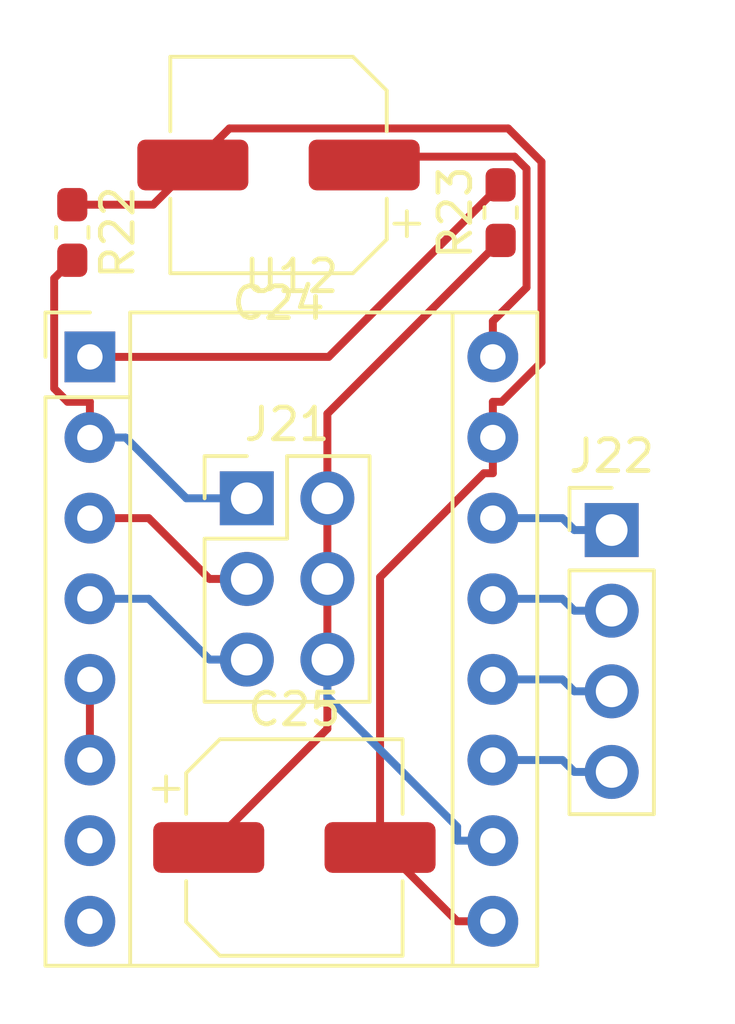
<source format=kicad_pcb>
(kicad_pcb (version 20171130) (host pcbnew 5.0.2-bee76a0~70~ubuntu18.04.1)

  (general
    (thickness 1.6)
    (drawings 0)
    (tracks 61)
    (zones 0)
    (modules 7)
    (nets 15)
  )

  (page A4)
  (layers
    (0 F.Cu signal)
    (31 B.Cu signal)
    (32 B.Adhes user)
    (33 F.Adhes user)
    (34 B.Paste user)
    (35 F.Paste user)
    (36 B.SilkS user)
    (37 F.SilkS user)
    (38 B.Mask user)
    (39 F.Mask user)
    (40 Dwgs.User user)
    (41 Cmts.User user)
    (42 Eco1.User user)
    (43 Eco2.User user)
    (44 Edge.Cuts user)
    (45 Margin user)
    (46 B.CrtYd user)
    (47 F.CrtYd user)
    (48 B.Fab user)
    (49 F.Fab user)
  )

  (setup
    (last_trace_width 0.25)
    (trace_clearance 0.2)
    (zone_clearance 0.508)
    (zone_45_only no)
    (trace_min 0.2)
    (segment_width 0.2)
    (edge_width 0.1)
    (via_size 0.8)
    (via_drill 0.4)
    (via_min_size 0.4)
    (via_min_drill 0.3)
    (uvia_size 0.3)
    (uvia_drill 0.1)
    (uvias_allowed no)
    (uvia_min_size 0.2)
    (uvia_min_drill 0.1)
    (pcb_text_width 0.3)
    (pcb_text_size 1.5 1.5)
    (mod_edge_width 0.15)
    (mod_text_size 1 1)
    (mod_text_width 0.15)
    (pad_size 1.5 1.5)
    (pad_drill 0.6)
    (pad_to_mask_clearance 0)
    (aux_axis_origin 0 0)
    (visible_elements FFFFEF7F)
    (pcbplotparams
      (layerselection 0x010fc_ffffffff)
      (usegerberextensions false)
      (usegerberattributes false)
      (usegerberadvancedattributes false)
      (creategerberjobfile false)
      (excludeedgelayer true)
      (linewidth 0.100000)
      (plotframeref false)
      (viasonmask false)
      (mode 1)
      (useauxorigin false)
      (hpglpennumber 1)
      (hpglpenspeed 20)
      (hpglpendiameter 15.000000)
      (psnegative false)
      (psa4output false)
      (plotreference true)
      (plotvalue true)
      (plotinvisibletext false)
      (padsonsilk false)
      (subtractmaskfromsilk false)
      (outputformat 1)
      (mirror false)
      (drillshape 1)
      (scaleselection 1)
      (outputdirectory ""))
  )

  (net 0 "")
  (net 1 GND)
  (net 2 "Net-(J21-Pad1)")
  (net 3 /~EN~)
  (net 4 +5V)
  (net 5 "Net-(J21-Pad3)")
  (net 6 "Net-(J22-Pad4)")
  (net 7 "Net-(J21-Pad5)")
  (net 8 "Net-(J22-Pad3)")
  (net 9 "Net-(U12-Pad5)")
  (net 10 "Net-(J22-Pad2)")
  (net 11 "Net-(J22-Pad1)")
  (net 12 /STEP)
  (net 13 /DIR)
  (net 14 +12V)

  (net_class Default "This is the default net class."
    (clearance 0.2)
    (trace_width 0.25)
    (via_dia 0.8)
    (via_drill 0.4)
    (uvia_dia 0.3)
    (uvia_drill 0.1)
    (add_net +12V)
    (add_net +5V)
    (add_net /DIR)
    (add_net /STEP)
    (add_net /~EN~)
    (add_net GND)
    (add_net "Net-(J21-Pad1)")
    (add_net "Net-(J21-Pad3)")
    (add_net "Net-(J21-Pad5)")
    (add_net "Net-(J22-Pad1)")
    (add_net "Net-(J22-Pad2)")
    (add_net "Net-(J22-Pad3)")
    (add_net "Net-(J22-Pad4)")
    (add_net "Net-(U12-Pad5)")
  )

  (module Capacitor_SMD:CP_Elec_6.3x7.7 (layer F.Cu) (tedit 5BCA39D0) (tstamp 5CC1CFCD)
    (at 47 65)
    (descr "SMD capacitor, aluminum electrolytic, Nichicon, 6.3x7.7mm")
    (tags "capacitor electrolytic")
    (path /5CC04D4A)
    (attr smd)
    (fp_text reference C25 (at 0 -4.35) (layer F.SilkS)
      (effects (font (size 1 1) (thickness 0.15)))
    )
    (fp_text value CP100uf,25V (at 0 4.35) (layer F.Fab)
      (effects (font (size 1 1) (thickness 0.15)))
    )
    (fp_text user %R (at 0 0) (layer F.Fab)
      (effects (font (size 1 1) (thickness 0.15)))
    )
    (fp_line (start -4.7 1.05) (end -3.55 1.05) (layer F.CrtYd) (width 0.05))
    (fp_line (start -4.7 -1.05) (end -4.7 1.05) (layer F.CrtYd) (width 0.05))
    (fp_line (start -3.55 -1.05) (end -4.7 -1.05) (layer F.CrtYd) (width 0.05))
    (fp_line (start -3.55 1.05) (end -3.55 2.4) (layer F.CrtYd) (width 0.05))
    (fp_line (start -3.55 -2.4) (end -3.55 -1.05) (layer F.CrtYd) (width 0.05))
    (fp_line (start -3.55 -2.4) (end -2.4 -3.55) (layer F.CrtYd) (width 0.05))
    (fp_line (start -3.55 2.4) (end -2.4 3.55) (layer F.CrtYd) (width 0.05))
    (fp_line (start -2.4 -3.55) (end 3.55 -3.55) (layer F.CrtYd) (width 0.05))
    (fp_line (start -2.4 3.55) (end 3.55 3.55) (layer F.CrtYd) (width 0.05))
    (fp_line (start 3.55 1.05) (end 3.55 3.55) (layer F.CrtYd) (width 0.05))
    (fp_line (start 4.7 1.05) (end 3.55 1.05) (layer F.CrtYd) (width 0.05))
    (fp_line (start 4.7 -1.05) (end 4.7 1.05) (layer F.CrtYd) (width 0.05))
    (fp_line (start 3.55 -1.05) (end 4.7 -1.05) (layer F.CrtYd) (width 0.05))
    (fp_line (start 3.55 -3.55) (end 3.55 -1.05) (layer F.CrtYd) (width 0.05))
    (fp_line (start -4.04375 -2.24125) (end -4.04375 -1.45375) (layer F.SilkS) (width 0.12))
    (fp_line (start -4.4375 -1.8475) (end -3.65 -1.8475) (layer F.SilkS) (width 0.12))
    (fp_line (start -3.41 2.345563) (end -2.345563 3.41) (layer F.SilkS) (width 0.12))
    (fp_line (start -3.41 -2.345563) (end -2.345563 -3.41) (layer F.SilkS) (width 0.12))
    (fp_line (start -3.41 -2.345563) (end -3.41 -1.06) (layer F.SilkS) (width 0.12))
    (fp_line (start -3.41 2.345563) (end -3.41 1.06) (layer F.SilkS) (width 0.12))
    (fp_line (start -2.345563 3.41) (end 3.41 3.41) (layer F.SilkS) (width 0.12))
    (fp_line (start -2.345563 -3.41) (end 3.41 -3.41) (layer F.SilkS) (width 0.12))
    (fp_line (start 3.41 -3.41) (end 3.41 -1.06) (layer F.SilkS) (width 0.12))
    (fp_line (start 3.41 3.41) (end 3.41 1.06) (layer F.SilkS) (width 0.12))
    (fp_line (start -2.389838 -1.645) (end -2.389838 -1.015) (layer F.Fab) (width 0.1))
    (fp_line (start -2.704838 -1.33) (end -2.074838 -1.33) (layer F.Fab) (width 0.1))
    (fp_line (start -3.3 2.3) (end -2.3 3.3) (layer F.Fab) (width 0.1))
    (fp_line (start -3.3 -2.3) (end -2.3 -3.3) (layer F.Fab) (width 0.1))
    (fp_line (start -3.3 -2.3) (end -3.3 2.3) (layer F.Fab) (width 0.1))
    (fp_line (start -2.3 3.3) (end 3.3 3.3) (layer F.Fab) (width 0.1))
    (fp_line (start -2.3 -3.3) (end 3.3 -3.3) (layer F.Fab) (width 0.1))
    (fp_line (start 3.3 -3.3) (end 3.3 3.3) (layer F.Fab) (width 0.1))
    (fp_circle (center 0 0) (end 3.15 0) (layer F.Fab) (width 0.1))
    (pad 2 smd roundrect (at 2.7 0) (size 3.5 1.6) (layers F.Cu F.Paste F.Mask) (roundrect_rratio 0.15625)
      (net 1 GND))
    (pad 1 smd roundrect (at -2.7 0) (size 3.5 1.6) (layers F.Cu F.Paste F.Mask) (roundrect_rratio 0.15625)
      (net 4 +5V))
    (model ${KISYS3DMOD}/Capacitor_SMD.3dshapes/CP_Elec_6.3x7.7.wrl
      (at (xyz 0 0 0))
      (scale (xyz 1 1 1))
      (rotate (xyz 0 0 0))
    )
  )

  (module Capacitor_SMD:CP_Elec_6.3x7.7 (layer F.Cu) (tedit 5BCA39D0) (tstamp 5CC1CFA5)
    (at 46.5 43.5 180)
    (descr "SMD capacitor, aluminum electrolytic, Nichicon, 6.3x7.7mm")
    (tags "capacitor electrolytic")
    (path /5CC04D31)
    (attr smd)
    (fp_text reference C24 (at 0 -4.35 180) (layer F.SilkS)
      (effects (font (size 1 1) (thickness 0.15)))
    )
    (fp_text value CP100uf,25V (at 0 4.35 180) (layer F.Fab)
      (effects (font (size 1 1) (thickness 0.15)))
    )
    (fp_circle (center 0 0) (end 3.15 0) (layer F.Fab) (width 0.1))
    (fp_line (start 3.3 -3.3) (end 3.3 3.3) (layer F.Fab) (width 0.1))
    (fp_line (start -2.3 -3.3) (end 3.3 -3.3) (layer F.Fab) (width 0.1))
    (fp_line (start -2.3 3.3) (end 3.3 3.3) (layer F.Fab) (width 0.1))
    (fp_line (start -3.3 -2.3) (end -3.3 2.3) (layer F.Fab) (width 0.1))
    (fp_line (start -3.3 -2.3) (end -2.3 -3.3) (layer F.Fab) (width 0.1))
    (fp_line (start -3.3 2.3) (end -2.3 3.3) (layer F.Fab) (width 0.1))
    (fp_line (start -2.704838 -1.33) (end -2.074838 -1.33) (layer F.Fab) (width 0.1))
    (fp_line (start -2.389838 -1.645) (end -2.389838 -1.015) (layer F.Fab) (width 0.1))
    (fp_line (start 3.41 3.41) (end 3.41 1.06) (layer F.SilkS) (width 0.12))
    (fp_line (start 3.41 -3.41) (end 3.41 -1.06) (layer F.SilkS) (width 0.12))
    (fp_line (start -2.345563 -3.41) (end 3.41 -3.41) (layer F.SilkS) (width 0.12))
    (fp_line (start -2.345563 3.41) (end 3.41 3.41) (layer F.SilkS) (width 0.12))
    (fp_line (start -3.41 2.345563) (end -3.41 1.06) (layer F.SilkS) (width 0.12))
    (fp_line (start -3.41 -2.345563) (end -3.41 -1.06) (layer F.SilkS) (width 0.12))
    (fp_line (start -3.41 -2.345563) (end -2.345563 -3.41) (layer F.SilkS) (width 0.12))
    (fp_line (start -3.41 2.345563) (end -2.345563 3.41) (layer F.SilkS) (width 0.12))
    (fp_line (start -4.4375 -1.8475) (end -3.65 -1.8475) (layer F.SilkS) (width 0.12))
    (fp_line (start -4.04375 -2.24125) (end -4.04375 -1.45375) (layer F.SilkS) (width 0.12))
    (fp_line (start 3.55 -3.55) (end 3.55 -1.05) (layer F.CrtYd) (width 0.05))
    (fp_line (start 3.55 -1.05) (end 4.7 -1.05) (layer F.CrtYd) (width 0.05))
    (fp_line (start 4.7 -1.05) (end 4.7 1.05) (layer F.CrtYd) (width 0.05))
    (fp_line (start 4.7 1.05) (end 3.55 1.05) (layer F.CrtYd) (width 0.05))
    (fp_line (start 3.55 1.05) (end 3.55 3.55) (layer F.CrtYd) (width 0.05))
    (fp_line (start -2.4 3.55) (end 3.55 3.55) (layer F.CrtYd) (width 0.05))
    (fp_line (start -2.4 -3.55) (end 3.55 -3.55) (layer F.CrtYd) (width 0.05))
    (fp_line (start -3.55 2.4) (end -2.4 3.55) (layer F.CrtYd) (width 0.05))
    (fp_line (start -3.55 -2.4) (end -2.4 -3.55) (layer F.CrtYd) (width 0.05))
    (fp_line (start -3.55 -2.4) (end -3.55 -1.05) (layer F.CrtYd) (width 0.05))
    (fp_line (start -3.55 1.05) (end -3.55 2.4) (layer F.CrtYd) (width 0.05))
    (fp_line (start -3.55 -1.05) (end -4.7 -1.05) (layer F.CrtYd) (width 0.05))
    (fp_line (start -4.7 -1.05) (end -4.7 1.05) (layer F.CrtYd) (width 0.05))
    (fp_line (start -4.7 1.05) (end -3.55 1.05) (layer F.CrtYd) (width 0.05))
    (fp_text user %R (at 0 0 180) (layer F.Fab)
      (effects (font (size 1 1) (thickness 0.15)))
    )
    (pad 1 smd roundrect (at -2.7 0 180) (size 3.5 1.6) (layers F.Cu F.Paste F.Mask) (roundrect_rratio 0.15625)
      (net 14 +12V))
    (pad 2 smd roundrect (at 2.7 0 180) (size 3.5 1.6) (layers F.Cu F.Paste F.Mask) (roundrect_rratio 0.15625)
      (net 1 GND))
    (model ${KISYS3DMOD}/Capacitor_SMD.3dshapes/CP_Elec_6.3x7.7.wrl
      (at (xyz 0 0 0))
      (scale (xyz 1 1 1))
      (rotate (xyz 0 0 0))
    )
  )

  (module Connector_PinHeader_2.54mm:PinHeader_1x04_P2.54mm_Vertical (layer F.Cu) (tedit 59FED5CC) (tstamp 5CC1CF7D)
    (at 57 55)
    (descr "Through hole straight pin header, 1x04, 2.54mm pitch, single row")
    (tags "Through hole pin header THT 1x04 2.54mm single row")
    (path /5CC04CFF)
    (fp_text reference J22 (at 0 -2.33) (layer F.SilkS)
      (effects (font (size 1 1) (thickness 0.15)))
    )
    (fp_text value TO_MOTOR (at 0 9.95) (layer F.Fab)
      (effects (font (size 1 1) (thickness 0.15)))
    )
    (fp_line (start -0.635 -1.27) (end 1.27 -1.27) (layer F.Fab) (width 0.1))
    (fp_line (start 1.27 -1.27) (end 1.27 8.89) (layer F.Fab) (width 0.1))
    (fp_line (start 1.27 8.89) (end -1.27 8.89) (layer F.Fab) (width 0.1))
    (fp_line (start -1.27 8.89) (end -1.27 -0.635) (layer F.Fab) (width 0.1))
    (fp_line (start -1.27 -0.635) (end -0.635 -1.27) (layer F.Fab) (width 0.1))
    (fp_line (start -1.33 8.95) (end 1.33 8.95) (layer F.SilkS) (width 0.12))
    (fp_line (start -1.33 1.27) (end -1.33 8.95) (layer F.SilkS) (width 0.12))
    (fp_line (start 1.33 1.27) (end 1.33 8.95) (layer F.SilkS) (width 0.12))
    (fp_line (start -1.33 1.27) (end 1.33 1.27) (layer F.SilkS) (width 0.12))
    (fp_line (start -1.33 0) (end -1.33 -1.33) (layer F.SilkS) (width 0.12))
    (fp_line (start -1.33 -1.33) (end 0 -1.33) (layer F.SilkS) (width 0.12))
    (fp_line (start -1.8 -1.8) (end -1.8 9.4) (layer F.CrtYd) (width 0.05))
    (fp_line (start -1.8 9.4) (end 1.8 9.4) (layer F.CrtYd) (width 0.05))
    (fp_line (start 1.8 9.4) (end 1.8 -1.8) (layer F.CrtYd) (width 0.05))
    (fp_line (start 1.8 -1.8) (end -1.8 -1.8) (layer F.CrtYd) (width 0.05))
    (fp_text user %R (at 0 3.81 90) (layer F.Fab)
      (effects (font (size 1 1) (thickness 0.15)))
    )
    (pad 1 thru_hole rect (at 0 0) (size 1.7 1.7) (drill 1) (layers *.Cu *.Mask)
      (net 11 "Net-(J22-Pad1)"))
    (pad 2 thru_hole oval (at 0 2.54) (size 1.7 1.7) (drill 1) (layers *.Cu *.Mask)
      (net 10 "Net-(J22-Pad2)"))
    (pad 3 thru_hole oval (at 0 5.08) (size 1.7 1.7) (drill 1) (layers *.Cu *.Mask)
      (net 8 "Net-(J22-Pad3)"))
    (pad 4 thru_hole oval (at 0 7.62) (size 1.7 1.7) (drill 1) (layers *.Cu *.Mask)
      (net 6 "Net-(J22-Pad4)"))
    (model ${KISYS3DMOD}/Connector_PinHeader_2.54mm.3dshapes/PinHeader_1x04_P2.54mm_Vertical.wrl
      (at (xyz 0 0 0))
      (scale (xyz 1 1 1))
      (rotate (xyz 0 0 0))
    )
  )

  (module Connector_PinHeader_2.54mm:PinHeader_2x03_P2.54mm_Vertical (layer F.Cu) (tedit 59FED5CC) (tstamp 5CC1CF65)
    (at 45.5 54)
    (descr "Through hole straight pin header, 2x03, 2.54mm pitch, double rows")
    (tags "Through hole pin header THT 2x03 2.54mm double row")
    (path /5CC04CDB)
    (fp_text reference J21 (at 1.27 -2.33) (layer F.SilkS)
      (effects (font (size 1 1) (thickness 0.15)))
    )
    (fp_text value MS_SELECT (at 1.27 7.41) (layer F.Fab)
      (effects (font (size 1 1) (thickness 0.15)))
    )
    (fp_line (start 0 -1.27) (end 3.81 -1.27) (layer F.Fab) (width 0.1))
    (fp_line (start 3.81 -1.27) (end 3.81 6.35) (layer F.Fab) (width 0.1))
    (fp_line (start 3.81 6.35) (end -1.27 6.35) (layer F.Fab) (width 0.1))
    (fp_line (start -1.27 6.35) (end -1.27 0) (layer F.Fab) (width 0.1))
    (fp_line (start -1.27 0) (end 0 -1.27) (layer F.Fab) (width 0.1))
    (fp_line (start -1.33 6.41) (end 3.87 6.41) (layer F.SilkS) (width 0.12))
    (fp_line (start -1.33 1.27) (end -1.33 6.41) (layer F.SilkS) (width 0.12))
    (fp_line (start 3.87 -1.33) (end 3.87 6.41) (layer F.SilkS) (width 0.12))
    (fp_line (start -1.33 1.27) (end 1.27 1.27) (layer F.SilkS) (width 0.12))
    (fp_line (start 1.27 1.27) (end 1.27 -1.33) (layer F.SilkS) (width 0.12))
    (fp_line (start 1.27 -1.33) (end 3.87 -1.33) (layer F.SilkS) (width 0.12))
    (fp_line (start -1.33 0) (end -1.33 -1.33) (layer F.SilkS) (width 0.12))
    (fp_line (start -1.33 -1.33) (end 0 -1.33) (layer F.SilkS) (width 0.12))
    (fp_line (start -1.8 -1.8) (end -1.8 6.85) (layer F.CrtYd) (width 0.05))
    (fp_line (start -1.8 6.85) (end 4.35 6.85) (layer F.CrtYd) (width 0.05))
    (fp_line (start 4.35 6.85) (end 4.35 -1.8) (layer F.CrtYd) (width 0.05))
    (fp_line (start 4.35 -1.8) (end -1.8 -1.8) (layer F.CrtYd) (width 0.05))
    (fp_text user %R (at 1.27 2.54 90) (layer F.Fab)
      (effects (font (size 1 1) (thickness 0.15)))
    )
    (pad 1 thru_hole rect (at 0 0) (size 1.7 1.7) (drill 1) (layers *.Cu *.Mask)
      (net 2 "Net-(J21-Pad1)"))
    (pad 2 thru_hole oval (at 2.54 0) (size 1.7 1.7) (drill 1) (layers *.Cu *.Mask)
      (net 4 +5V))
    (pad 3 thru_hole oval (at 0 2.54) (size 1.7 1.7) (drill 1) (layers *.Cu *.Mask)
      (net 5 "Net-(J21-Pad3)"))
    (pad 4 thru_hole oval (at 2.54 2.54) (size 1.7 1.7) (drill 1) (layers *.Cu *.Mask)
      (net 4 +5V))
    (pad 5 thru_hole oval (at 0 5.08) (size 1.7 1.7) (drill 1) (layers *.Cu *.Mask)
      (net 7 "Net-(J21-Pad5)"))
    (pad 6 thru_hole oval (at 2.54 5.08) (size 1.7 1.7) (drill 1) (layers *.Cu *.Mask)
      (net 4 +5V))
    (model ${KISYS3DMOD}/Connector_PinHeader_2.54mm.3dshapes/PinHeader_2x03_P2.54mm_Vertical.wrl
      (at (xyz 0 0 0))
      (scale (xyz 1 1 1))
      (rotate (xyz 0 0 0))
    )
  )

  (module Module:Pololu_Breakout-16_15.2x20.3mm (layer F.Cu) (tedit 58AB602C) (tstamp 5CC1CF49)
    (at 40.555 49.545)
    (descr "Pololu Breakout 16-pin 15.2x20.3mm 0.6x0.8\\")
    (tags "Pololu Breakout")
    (path /5CC02B38)
    (fp_text reference U12 (at 6.35 -2.54) (layer F.SilkS)
      (effects (font (size 1 1) (thickness 0.15)))
    )
    (fp_text value A4988_MODULE (at 6.35 20.17) (layer F.Fab)
      (effects (font (size 1 1) (thickness 0.15)))
    )
    (fp_text user %R (at 6.35 0) (layer F.Fab)
      (effects (font (size 1 1) (thickness 0.15)))
    )
    (fp_line (start 11.43 -1.4) (end 11.43 19.18) (layer F.SilkS) (width 0.12))
    (fp_line (start 1.27 1.27) (end 1.27 19.18) (layer F.SilkS) (width 0.12))
    (fp_line (start 0 -1.4) (end -1.4 -1.4) (layer F.SilkS) (width 0.12))
    (fp_line (start -1.4 -1.4) (end -1.4 0) (layer F.SilkS) (width 0.12))
    (fp_line (start 1.27 -1.4) (end 1.27 1.27) (layer F.SilkS) (width 0.12))
    (fp_line (start 1.27 1.27) (end -1.4 1.27) (layer F.SilkS) (width 0.12))
    (fp_line (start -1.4 1.27) (end -1.4 19.18) (layer F.SilkS) (width 0.12))
    (fp_line (start -1.4 19.18) (end 14.1 19.18) (layer F.SilkS) (width 0.12))
    (fp_line (start 14.1 19.18) (end 14.1 -1.4) (layer F.SilkS) (width 0.12))
    (fp_line (start 14.1 -1.4) (end 1.27 -1.4) (layer F.SilkS) (width 0.12))
    (fp_line (start -1.27 0) (end 0 -1.27) (layer F.Fab) (width 0.1))
    (fp_line (start 0 -1.27) (end 13.97 -1.27) (layer F.Fab) (width 0.1))
    (fp_line (start 13.97 -1.27) (end 13.97 19.05) (layer F.Fab) (width 0.1))
    (fp_line (start 13.97 19.05) (end -1.27 19.05) (layer F.Fab) (width 0.1))
    (fp_line (start -1.27 19.05) (end -1.27 0) (layer F.Fab) (width 0.1))
    (fp_line (start -1.53 -1.52) (end 14.21 -1.52) (layer F.CrtYd) (width 0.05))
    (fp_line (start -1.53 -1.52) (end -1.53 19.3) (layer F.CrtYd) (width 0.05))
    (fp_line (start 14.21 19.3) (end 14.21 -1.52) (layer F.CrtYd) (width 0.05))
    (fp_line (start 14.21 19.3) (end -1.53 19.3) (layer F.CrtYd) (width 0.05))
    (pad 1 thru_hole rect (at 0 0) (size 1.6 1.6) (drill 0.8) (layers *.Cu *.Mask)
      (net 3 /~EN~))
    (pad 9 thru_hole oval (at 12.7 17.78) (size 1.6 1.6) (drill 0.8) (layers *.Cu *.Mask)
      (net 1 GND))
    (pad 2 thru_hole oval (at 0 2.54) (size 1.6 1.6) (drill 0.8) (layers *.Cu *.Mask)
      (net 2 "Net-(J21-Pad1)"))
    (pad 10 thru_hole oval (at 12.7 15.24) (size 1.6 1.6) (drill 0.8) (layers *.Cu *.Mask)
      (net 4 +5V))
    (pad 3 thru_hole oval (at 0 5.08) (size 1.6 1.6) (drill 0.8) (layers *.Cu *.Mask)
      (net 5 "Net-(J21-Pad3)"))
    (pad 11 thru_hole oval (at 12.7 12.7) (size 1.6 1.6) (drill 0.8) (layers *.Cu *.Mask)
      (net 6 "Net-(J22-Pad4)"))
    (pad 4 thru_hole oval (at 0 7.62) (size 1.6 1.6) (drill 0.8) (layers *.Cu *.Mask)
      (net 7 "Net-(J21-Pad5)"))
    (pad 12 thru_hole oval (at 12.7 10.16) (size 1.6 1.6) (drill 0.8) (layers *.Cu *.Mask)
      (net 8 "Net-(J22-Pad3)"))
    (pad 5 thru_hole oval (at 0 10.16) (size 1.6 1.6) (drill 0.8) (layers *.Cu *.Mask)
      (net 9 "Net-(U12-Pad5)"))
    (pad 13 thru_hole oval (at 12.7 7.62) (size 1.6 1.6) (drill 0.8) (layers *.Cu *.Mask)
      (net 10 "Net-(J22-Pad2)"))
    (pad 6 thru_hole oval (at 0 12.7) (size 1.6 1.6) (drill 0.8) (layers *.Cu *.Mask)
      (net 9 "Net-(U12-Pad5)"))
    (pad 14 thru_hole oval (at 12.7 5.08) (size 1.6 1.6) (drill 0.8) (layers *.Cu *.Mask)
      (net 11 "Net-(J22-Pad1)"))
    (pad 7 thru_hole oval (at 0 15.24) (size 1.6 1.6) (drill 0.8) (layers *.Cu *.Mask)
      (net 12 /STEP))
    (pad 15 thru_hole oval (at 12.7 2.54) (size 1.6 1.6) (drill 0.8) (layers *.Cu *.Mask)
      (net 1 GND))
    (pad 8 thru_hole oval (at 0 17.78) (size 1.6 1.6) (drill 0.8) (layers *.Cu *.Mask)
      (net 13 /DIR))
    (pad 16 thru_hole oval (at 12.7 0) (size 1.6 1.6) (drill 0.8) (layers *.Cu *.Mask)
      (net 14 +12V))
    (model ${KISYS3DMOD}/Module.3dshapes/Pololu_Breakout-16_15.2x20.3mm.wrl
      (at (xyz 0 0 0))
      (scale (xyz 1 1 1))
      (rotate (xyz 0 0 0))
    )
  )

  (module Resistor_SMD:R_0603_1608Metric_Pad1.05x0.95mm_HandSolder (layer F.Cu) (tedit 5B301BBD) (tstamp 5CC1CF21)
    (at 53.5 45 90)
    (descr "Resistor SMD 0603 (1608 Metric), square (rectangular) end terminal, IPC_7351 nominal with elongated pad for handsoldering. (Body size source: http://www.tortai-tech.com/upload/download/2011102023233369053.pdf), generated with kicad-footprint-generator")
    (tags "resistor handsolder")
    (path /5CC04CCD)
    (attr smd)
    (fp_text reference R23 (at 0 -1.43 90) (layer F.SilkS)
      (effects (font (size 1 1) (thickness 0.15)))
    )
    (fp_text value R103,0603 (at 0 1.43 90) (layer F.Fab)
      (effects (font (size 1 1) (thickness 0.15)))
    )
    (fp_text user %R (at 0 0 90) (layer F.Fab)
      (effects (font (size 0.4 0.4) (thickness 0.06)))
    )
    (fp_line (start 1.65 0.73) (end -1.65 0.73) (layer F.CrtYd) (width 0.05))
    (fp_line (start 1.65 -0.73) (end 1.65 0.73) (layer F.CrtYd) (width 0.05))
    (fp_line (start -1.65 -0.73) (end 1.65 -0.73) (layer F.CrtYd) (width 0.05))
    (fp_line (start -1.65 0.73) (end -1.65 -0.73) (layer F.CrtYd) (width 0.05))
    (fp_line (start -0.171267 0.51) (end 0.171267 0.51) (layer F.SilkS) (width 0.12))
    (fp_line (start -0.171267 -0.51) (end 0.171267 -0.51) (layer F.SilkS) (width 0.12))
    (fp_line (start 0.8 0.4) (end -0.8 0.4) (layer F.Fab) (width 0.1))
    (fp_line (start 0.8 -0.4) (end 0.8 0.4) (layer F.Fab) (width 0.1))
    (fp_line (start -0.8 -0.4) (end 0.8 -0.4) (layer F.Fab) (width 0.1))
    (fp_line (start -0.8 0.4) (end -0.8 -0.4) (layer F.Fab) (width 0.1))
    (pad 2 smd roundrect (at 0.875 0 90) (size 1.05 0.95) (layers F.Cu F.Paste F.Mask) (roundrect_rratio 0.25)
      (net 3 /~EN~))
    (pad 1 smd roundrect (at -0.875 0 90) (size 1.05 0.95) (layers F.Cu F.Paste F.Mask) (roundrect_rratio 0.25)
      (net 4 +5V))
    (model ${KISYS3DMOD}/Resistor_SMD.3dshapes/R_0603_1608Metric.wrl
      (at (xyz 0 0 0))
      (scale (xyz 1 1 1))
      (rotate (xyz 0 0 0))
    )
  )

  (module Resistor_SMD:R_0603_1608Metric_Pad1.05x0.95mm_HandSolder (layer F.Cu) (tedit 5B301BBD) (tstamp 5CC1CF10)
    (at 40 45.625 270)
    (descr "Resistor SMD 0603 (1608 Metric), square (rectangular) end terminal, IPC_7351 nominal with elongated pad for handsoldering. (Body size source: http://www.tortai-tech.com/upload/download/2011102023233369053.pdf), generated with kicad-footprint-generator")
    (tags "resistor handsolder")
    (path /5CC04CD6)
    (attr smd)
    (fp_text reference R22 (at 0 -1.43 270) (layer F.SilkS)
      (effects (font (size 1 1) (thickness 0.15)))
    )
    (fp_text value R104,0603 (at 0 1.43 270) (layer F.Fab)
      (effects (font (size 1 1) (thickness 0.15)))
    )
    (fp_line (start -0.8 0.4) (end -0.8 -0.4) (layer F.Fab) (width 0.1))
    (fp_line (start -0.8 -0.4) (end 0.8 -0.4) (layer F.Fab) (width 0.1))
    (fp_line (start 0.8 -0.4) (end 0.8 0.4) (layer F.Fab) (width 0.1))
    (fp_line (start 0.8 0.4) (end -0.8 0.4) (layer F.Fab) (width 0.1))
    (fp_line (start -0.171267 -0.51) (end 0.171267 -0.51) (layer F.SilkS) (width 0.12))
    (fp_line (start -0.171267 0.51) (end 0.171267 0.51) (layer F.SilkS) (width 0.12))
    (fp_line (start -1.65 0.73) (end -1.65 -0.73) (layer F.CrtYd) (width 0.05))
    (fp_line (start -1.65 -0.73) (end 1.65 -0.73) (layer F.CrtYd) (width 0.05))
    (fp_line (start 1.65 -0.73) (end 1.65 0.73) (layer F.CrtYd) (width 0.05))
    (fp_line (start 1.65 0.73) (end -1.65 0.73) (layer F.CrtYd) (width 0.05))
    (fp_text user %R (at 0 0 270) (layer F.Fab)
      (effects (font (size 0.4 0.4) (thickness 0.06)))
    )
    (pad 1 smd roundrect (at -0.875 0 270) (size 1.05 0.95) (layers F.Cu F.Paste F.Mask) (roundrect_rratio 0.25)
      (net 1 GND))
    (pad 2 smd roundrect (at 0.875 0 270) (size 1.05 0.95) (layers F.Cu F.Paste F.Mask) (roundrect_rratio 0.25)
      (net 2 "Net-(J21-Pad1)"))
    (model ${KISYS3DMOD}/Resistor_SMD.3dshapes/R_0603_1608Metric.wrl
      (at (xyz 0 0 0))
      (scale (xyz 1 1 1))
      (rotate (xyz 0 0 0))
    )
  )

  (segment (start 53.255 52.085) (end 53.255 50.9597) (width 0.25) (layer F.Cu) (net 1))
  (segment (start 43.8 43.5) (end 44.9522 42.3478) (width 0.25) (layer F.Cu) (net 1))
  (segment (start 44.9522 42.3478) (end 53.7375 42.3478) (width 0.25) (layer F.Cu) (net 1))
  (segment (start 53.7375 42.3478) (end 54.7882 43.3985) (width 0.25) (layer F.Cu) (net 1))
  (segment (start 54.7882 43.3985) (end 54.7882 49.7078) (width 0.25) (layer F.Cu) (net 1))
  (segment (start 54.7882 49.7078) (end 53.5363 50.9597) (width 0.25) (layer F.Cu) (net 1))
  (segment (start 53.5363 50.9597) (end 53.255 50.9597) (width 0.25) (layer F.Cu) (net 1))
  (segment (start 40 44.75) (end 42.55 44.75) (width 0.25) (layer F.Cu) (net 1))
  (segment (start 42.55 44.75) (end 43.8 43.5) (width 0.25) (layer F.Cu) (net 1))
  (segment (start 49.7 65) (end 49.8047 65) (width 0.25) (layer F.Cu) (net 1))
  (segment (start 49.8047 65) (end 52.1297 67.325) (width 0.25) (layer F.Cu) (net 1))
  (segment (start 49.7 65) (end 49.7 56.484) (width 0.25) (layer F.Cu) (net 1))
  (segment (start 49.7 56.484) (end 52.9737 53.2103) (width 0.25) (layer F.Cu) (net 1))
  (segment (start 52.9737 53.2103) (end 53.255 53.2103) (width 0.25) (layer F.Cu) (net 1))
  (segment (start 53.255 67.325) (end 52.1297 67.325) (width 0.25) (layer F.Cu) (net 1))
  (segment (start 53.255 52.085) (end 53.255 53.2103) (width 0.25) (layer F.Cu) (net 1))
  (segment (start 40.555 52.085) (end 41.6803 52.085) (width 0.25) (layer B.Cu) (net 2))
  (segment (start 41.6803 52.085) (end 43.5953 54) (width 0.25) (layer B.Cu) (net 2))
  (segment (start 43.5953 54) (end 45.5 54) (width 0.25) (layer B.Cu) (net 2))
  (segment (start 40.555 52.085) (end 40.555 50.9597) (width 0.25) (layer F.Cu) (net 2))
  (segment (start 40 46.5) (end 39.4297 47.0703) (width 0.25) (layer F.Cu) (net 2))
  (segment (start 39.4297 47.0703) (end 39.4297 50.5378) (width 0.25) (layer F.Cu) (net 2))
  (segment (start 39.4297 50.5378) (end 39.8516 50.9597) (width 0.25) (layer F.Cu) (net 2))
  (segment (start 39.8516 50.9597) (end 40.555 50.9597) (width 0.25) (layer F.Cu) (net 2))
  (segment (start 53.5 44.125) (end 48.08 49.545) (width 0.25) (layer F.Cu) (net 3))
  (segment (start 48.08 49.545) (end 40.555 49.545) (width 0.25) (layer F.Cu) (net 3))
  (segment (start 53.255 64.785) (end 52.1297 64.785) (width 0.25) (layer B.Cu) (net 4))
  (segment (start 48.04 59.08) (end 48.04 60.2553) (width 0.25) (layer B.Cu) (net 4))
  (segment (start 48.04 60.2553) (end 52.1297 64.345) (width 0.25) (layer B.Cu) (net 4))
  (segment (start 52.1297 64.345) (end 52.1297 64.785) (width 0.25) (layer B.Cu) (net 4))
  (segment (start 48.04 59.08) (end 48.04 61.26) (width 0.25) (layer F.Cu) (net 4))
  (segment (start 48.04 61.26) (end 44.3 65) (width 0.25) (layer F.Cu) (net 4))
  (segment (start 48.04 56.54) (end 48.04 59.08) (width 0.25) (layer F.Cu) (net 4))
  (segment (start 48.04 56.54) (end 48.04 54) (width 0.25) (layer F.Cu) (net 4))
  (segment (start 53.5 45.875) (end 48.04 51.335) (width 0.25) (layer F.Cu) (net 4))
  (segment (start 48.04 51.335) (end 48.04 54) (width 0.25) (layer F.Cu) (net 4))
  (segment (start 45.5 56.54) (end 44.3247 56.54) (width 0.25) (layer F.Cu) (net 5))
  (segment (start 40.555 54.625) (end 42.4097 54.625) (width 0.25) (layer F.Cu) (net 5))
  (segment (start 42.4097 54.625) (end 44.3247 56.54) (width 0.25) (layer F.Cu) (net 5))
  (segment (start 57 62.62) (end 55.8247 62.62) (width 0.25) (layer B.Cu) (net 6))
  (segment (start 53.255 62.245) (end 55.4497 62.245) (width 0.25) (layer B.Cu) (net 6))
  (segment (start 55.4497 62.245) (end 55.8247 62.62) (width 0.25) (layer B.Cu) (net 6))
  (segment (start 45.5 59.08) (end 44.3247 59.08) (width 0.25) (layer B.Cu) (net 7))
  (segment (start 40.555 57.165) (end 42.4097 57.165) (width 0.25) (layer B.Cu) (net 7))
  (segment (start 42.4097 57.165) (end 44.3247 59.08) (width 0.25) (layer B.Cu) (net 7))
  (segment (start 57 60.08) (end 55.8247 60.08) (width 0.25) (layer B.Cu) (net 8))
  (segment (start 53.255 59.705) (end 55.4497 59.705) (width 0.25) (layer B.Cu) (net 8))
  (segment (start 55.4497 59.705) (end 55.8247 60.08) (width 0.25) (layer B.Cu) (net 8))
  (segment (start 40.555 62.245) (end 40.555 59.705) (width 0.25) (layer F.Cu) (net 9))
  (segment (start 57 57.54) (end 55.8247 57.54) (width 0.25) (layer B.Cu) (net 10))
  (segment (start 53.255 57.165) (end 55.4497 57.165) (width 0.25) (layer B.Cu) (net 10))
  (segment (start 55.4497 57.165) (end 55.8247 57.54) (width 0.25) (layer B.Cu) (net 10))
  (segment (start 57 55) (end 55.8247 55) (width 0.25) (layer B.Cu) (net 11))
  (segment (start 53.255 54.625) (end 55.4497 54.625) (width 0.25) (layer B.Cu) (net 11))
  (segment (start 55.4497 54.625) (end 55.8247 55) (width 0.25) (layer B.Cu) (net 11))
  (segment (start 53.255 49.545) (end 53.255 48.4197) (width 0.25) (layer F.Cu) (net 14))
  (segment (start 53.255 48.4197) (end 54.3171 47.3576) (width 0.25) (layer F.Cu) (net 14))
  (segment (start 54.3171 47.3576) (end 54.3171 43.6175) (width 0.25) (layer F.Cu) (net 14))
  (segment (start 54.3171 43.6175) (end 53.9363 43.2367) (width 0.25) (layer F.Cu) (net 14))
  (segment (start 53.9363 43.2367) (end 49.4633 43.2367) (width 0.25) (layer F.Cu) (net 14))
  (segment (start 49.4633 43.2367) (end 49.2 43.5) (width 0.25) (layer F.Cu) (net 14))

)

</source>
